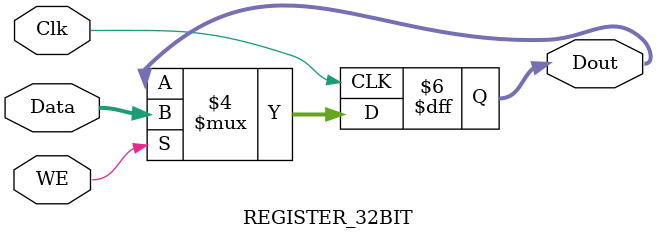
<source format=v>
`timescale 1ns / 1ps
module REGISTER_32BIT(
    input Clk,              // CLOCK
    input WE,               // Write enable
    input [31:0] Data,      // Input data
    output reg [31:0] Dout  // Output data
    );

    // For every CLOCK edge ...
    always @(posedge Clk) begin

        // Update the data if WriteEnable is high
        if (WE == 1) begin
            Dout = Data;
        end else begin
            Dout = Dout;  // Export the data else
        end
    end
endmodule
</source>
